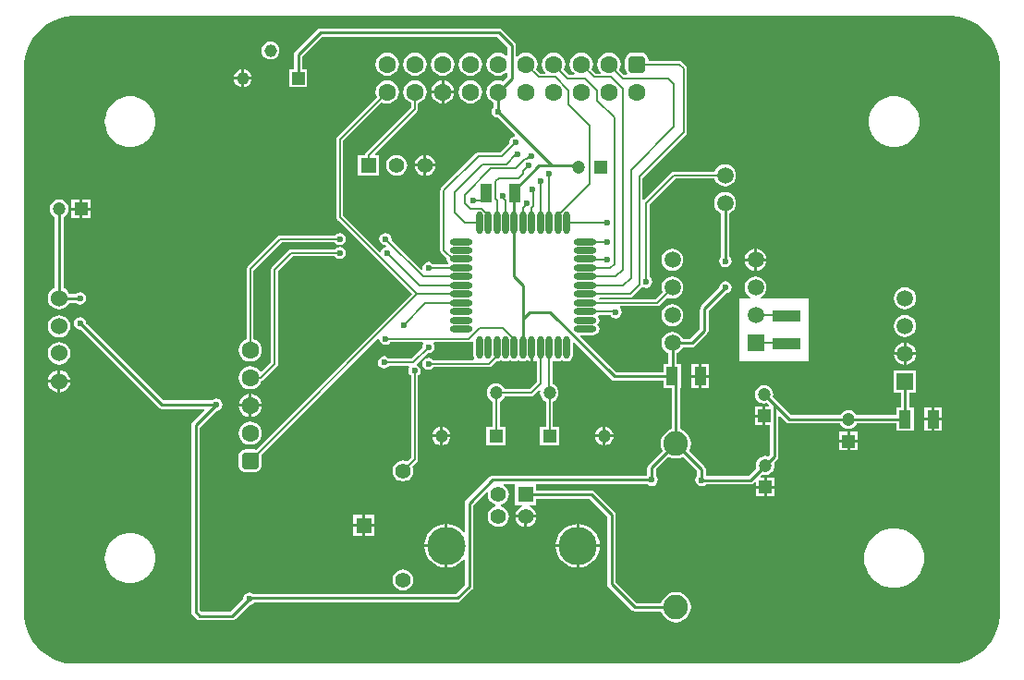
<source format=gtl>
%FSTAX23Y23*%
%MOIN*%
%SFA1B1*%

%IPPOS*%
%AMD53*
4,1,8,-0.031500,0.015700,-0.031500,-0.015700,-0.015700,-0.031500,0.015700,-0.031500,0.031500,-0.015700,0.031500,0.015700,0.015700,0.031500,-0.015700,0.031500,-0.031500,0.015700,0.0*
1,1,0.031500,-0.015700,0.015700*
1,1,0.031500,-0.015700,-0.015700*
1,1,0.031500,0.015700,-0.015700*
1,1,0.031500,0.015700,0.015700*
%
%AMD54*
4,1,8,-0.015700,-0.031500,0.015700,-0.031500,0.031500,-0.015700,0.031500,0.015700,0.015700,0.031500,-0.015700,0.031500,-0.031500,0.015700,-0.031500,-0.015700,-0.015700,-0.031500,0.0*
1,1,0.031500,-0.015700,-0.015700*
1,1,0.031500,0.015700,-0.015700*
1,1,0.031500,0.015700,0.015700*
1,1,0.031500,-0.015700,0.015700*
%
%ADD14C,0.005000*%
%ADD15C,0.010000*%
%ADD20R,0.043520X0.065280*%
%ADD21R,0.098430X0.039370*%
%ADD26R,0.047240X0.047240*%
%ADD27C,0.047240*%
%ADD30R,0.059840X0.059840*%
%ADD31C,0.059840*%
%ADD32R,0.045280X0.045280*%
%ADD33C,0.045280*%
%ADD38R,0.055910X0.055910*%
%ADD40C,0.055910*%
%ADD41C,0.137800*%
%ADD42R,0.047240X0.047240*%
%ADD44R,0.055120X0.055120*%
%ADD45C,0.055120*%
%ADD47O,0.080710X0.023620*%
%ADD48O,0.023620X0.080710*%
%ADD49C,0.007500*%
%ADD50R,0.059060X0.059060*%
%ADD51C,0.059060*%
%ADD52C,0.062990*%
G04~CAMADD=53~8~0.0~0.0~629.9~629.9~157.5~0.0~15~0.0~0.0~0.0~0.0~0~0.0~0.0~0.0~0.0~0~0.0~0.0~0.0~90.0~630.0~630.0*
%ADD53D53*%
G04~CAMADD=54~8~0.0~0.0~629.9~629.9~157.5~0.0~15~0.0~0.0~0.0~0.0~0~0.0~0.0~0.0~0.0~0~0.0~0.0~0.0~180.0~630.0~630.0*
%ADD54D54*%
%ADD55C,0.088580*%
%ADD56C,0.060000*%
%ADD57C,0.023620*%
%LNpcb_down-1*%
%LPD*%
G36*
X03382Y02347D02*
X03405Y0234D01*
X03428Y02331*
X03449Y02319*
X03468Y02304*
X03485Y02287*
X035Y02268*
X03512Y02247*
X03521Y02224*
X03528Y02201*
X03531Y02177*
Y02165*
Y00196*
Y00184*
X03528Y0016*
X03521Y00137*
X03512Y00114*
X035Y00093*
X03485Y00074*
X03468Y00057*
X03449Y00042*
X03428Y0003*
X03405Y00021*
X03382Y00015*
X03358Y00012*
X00184*
X0016Y00015*
X00137Y00021*
X00114Y0003*
X00093Y00042*
X00074Y00057*
X00057Y00074*
X00042Y00093*
X0003Y00114*
X00021Y00137*
X00015Y0016*
X00012Y00184*
Y00196*
Y02165*
Y02177*
X00015Y02201*
X00021Y02224*
X0003Y02247*
X00042Y02268*
X00057Y02287*
X00074Y02304*
X00093Y02319*
X00114Y02331*
X00137Y0234*
X0016Y02347*
X00184Y0235*
X03358*
X03382Y02347*
G37*
%LNpcb_down-2*%
%LPC*%
G36*
X01725Y02305D02*
X0108D01*
X01074Y02304*
X01069Y023*
X00989Y0222*
X00985Y02215*
X00984Y0221*
Y02157*
X00967*
Y02092*
X01032*
Y02157*
X01015*
Y02203*
X01086Y02274*
X01718*
X01754Y02238*
Y02208*
X01749Y02206*
X01742Y02212*
X01732Y02216*
X01721Y02217*
X0171Y02216*
X017Y02212*
X01692Y02205*
X01685Y02196*
X01681Y02186*
X01679Y02175*
X01681Y02165*
X01685Y02155*
X01692Y02146*
X017Y02139*
X0171Y02135*
X01721Y02134*
X01732Y02135*
X01742Y02139*
X01749Y02145*
X01754Y02143*
Y0213*
X01738Y02114*
X01732Y02116*
X01721Y02117*
X0171Y02116*
X017Y02112*
X01692Y02105*
X01685Y02096*
X01681Y02086*
X01679Y02075*
X01681Y02065*
X01685Y02055*
X01692Y02046*
X017Y02039*
X01705Y02037*
Y02021*
X01704Y0202*
X01699Y02013*
X01697Y02005*
X01699Y01996*
X01704Y01989*
X01711Y01984*
X0172Y01983*
X0172Y01983*
X01781Y01921*
X0178Y01916*
X01776Y01915*
X01769Y0191*
X01764Y01903*
X01762Y01895*
X01763Y01891*
X01729Y01857*
X0165*
X01645Y01856*
X0164Y01854*
X01515Y01729*
X01513Y01724*
X01512Y0172*
Y01505*
X01513Y015*
X01515Y01496*
X01536Y01475*
X01535Y01472*
X01537Y01463*
X01541Y01457*
X01539Y01453*
X01539Y01453*
X01487*
X01485Y01455*
X01478Y0146*
X0147Y01462*
X01461Y0146*
X01454Y01455*
X01449Y01448*
X01447Y0144*
X01448Y01436*
X01443Y01434*
X01336Y01541*
X01337Y01545*
X01335Y01553*
X0133Y0156*
X01323Y01565*
X01315Y01567*
X01306Y01565*
X01299Y0156*
X01294Y01553*
X01292Y01545*
X01294Y01536*
X01299Y01529*
X01306Y01524*
X01315Y01522*
X01316Y01521*
X01314Y01516*
X01311Y01515*
X01304Y0151*
X01299Y01503*
X01298Y015*
X01294Y01498*
X01162Y0163*
Y01899*
X01302Y02038*
X0131Y02035*
X01321Y02034*
X01332Y02035*
X01342Y02039*
X01351Y02046*
X01357Y02055*
X01362Y02065*
X01363Y02075*
X01362Y02086*
X01357Y02096*
X01351Y02105*
X01342Y02112*
X01332Y02116*
X01321Y02117*
X0131Y02116*
X013Y02112*
X01292Y02105*
X01285Y02096*
X01281Y02086*
X01279Y02075*
X01281Y02065*
X01284Y02056*
X0114Y01913*
X01138Y01909*
X01137Y01904*
Y01624*
X01138Y01619*
X0114Y01615*
X0141Y01346*
X00849Y00785*
X00849Y00785*
X00842Y00786*
X00811*
X00804Y00785*
X00798Y00783*
X00792Y00778*
X00788Y00773*
X00785Y00767*
X00785Y0076*
Y00729*
X00785Y00722*
X00788Y00716*
X00792Y0071*
X00798Y00706*
X00804Y00704*
X00811Y00703*
X00842*
X00849Y00704*
X00855Y00706*
X0086Y0071*
X00865Y00716*
X00867Y00722*
X00868Y00729*
Y0076*
X00867Y00767*
X00867Y00767*
X01288Y01188*
X01292Y01185*
X01292Y01185*
X01294Y01176*
X01299Y01169*
X01306Y01164*
X01315Y01162*
X01323Y01164*
X0133Y01169*
X01332Y01172*
X01449*
X01451Y01167*
X01449Y01163*
X01447Y01155*
X01448Y01151*
X01409Y01112*
X01327*
X01325Y01115*
X01318Y0112*
X0131Y01122*
X01301Y0112*
X01294Y01115*
X01289Y01108*
X01287Y011*
X01289Y01091*
X01294Y01084*
X01301Y01079*
X0131Y01077*
X01318Y01079*
X01325Y01084*
X01327Y01087*
X01399*
X01401Y01082*
X01399Y01078*
X01397Y0107*
X01399Y01061*
X01404Y01054*
X01407Y01052*
Y00755*
X01393Y00742*
X01387Y00745*
X01377Y00746*
X01368Y00745*
X01359Y00741*
X01351Y00735*
X01345Y00727*
X01341Y00718*
X0134Y00708*
X01341Y00698*
X01345Y00689*
X01351Y00681*
X01359Y00675*
X01368Y00672*
X01377Y0067*
X01387Y00672*
X01396Y00675*
X01404Y00681*
X0141Y00689*
X01414Y00698*
X01415Y00708*
X01414Y00718*
X01411Y00724*
X01429Y00741*
X01431Y00745*
X01432Y0075*
Y01052*
X01435Y01054*
X0144Y01061*
X01442Y0107*
X0144Y01078*
X01435Y01085*
X01429Y01089*
X01428Y01095*
X01466Y01133*
X0147Y01132*
X01478Y01134*
X01485Y01139*
X0149Y01146*
X01492Y01155*
X0149Y01163*
X01488Y01167*
X0149Y01172*
X01615*
X01619Y01173*
X01624Y01175*
X01626Y01178*
X01631Y01176*
Y01125*
X01633Y01116*
X01635Y01112*
X01632Y01107*
X01487*
X01485Y0111*
X01478Y01115*
X0147Y01117*
X01461Y01115*
X01454Y0111*
X01449Y01103*
X01447Y01095*
X01449Y01086*
X01454Y01079*
X01461Y01074*
X0147Y01072*
X01478Y01074*
X01485Y01079*
X01487Y01082*
X01686*
X01691Y01083*
X01695Y01085*
X01713Y01103*
X01716Y01102*
X01725Y01104*
X01732Y01109*
X01732*
X01739Y01104*
X01748Y01102*
X01756Y01104*
X01763Y01109*
X01763*
X01771Y01104*
X01779Y01102*
X01788Y01104*
X01795Y01109*
X01795*
X01802Y01104*
X01811Y01102*
X01819Y01104*
X01826Y01109*
X01826*
X01834Y01104*
X01837Y01103*
Y01153*
X01847*
Y01103*
X01851Y01104*
X01856Y01108*
X01861Y01105*
Y01029*
X01834Y01002*
X01745*
X01743Y01006*
X01737Y01013*
X0173Y01019*
X01722Y01022*
X01713Y01023*
X01705Y01022*
X01696Y01019*
X01689Y01013*
X01684Y01006*
X01681Y00998*
X0168Y0099*
X01681Y00981*
X01684Y00973*
X01689Y00966*
X01696Y0096*
X01701Y00958*
Y00868*
X01679*
Y00801*
X01747*
Y00868*
X01726*
Y00958*
X0173Y0096*
X01737Y00966*
X01743Y00973*
X01745Y00977*
X0184*
X01844Y00978*
X01849Y0098*
X01868Y01*
X01871Y00999*
X01873Y00998*
X01872Y0099*
X01873Y00981*
X01876Y00973*
X01882Y00966*
X01889Y0096*
X01893Y00958*
Y00868*
X01872*
Y00801*
X0194*
Y00868*
X01918*
Y00958*
X01923Y0096*
X0193Y00966*
X01935Y00973*
X01938Y00981*
X01939Y0099*
X01938Y00998*
X01935Y01006*
X0193Y01013*
X01923Y01019*
X01918Y01021*
Y01105*
X01923Y01107*
X01928Y01104*
X01937Y01102*
X01945Y01104*
X01952Y01109*
X01952*
X01959Y01104*
X01968Y01102*
X01977Y01104*
X01984Y01109*
X01989Y01116*
X0199Y01125*
Y01171*
X01995Y01173*
X02129Y01039*
X02134Y01035*
X0214Y01034*
X02317*
Y01007*
X02346*
Y00859*
X02334Y00854*
X02323Y00845*
X02314Y00834*
X02309Y00821*
X02307Y00807*
X02309Y00792*
X02314Y0078*
X02264Y0073*
X0226Y00725*
X02259Y00719*
Y00692*
X02259Y00692*
X02258Y00691*
X01701*
X01695Y0069*
X0169Y00687*
X01605Y00602*
X01602Y00597*
X01601Y00591*
Y00489*
X01596Y00487*
X0159Y00494*
X01578Y00504*
X01564Y00511*
X0155Y00515*
X01539Y00516*
Y00438*
Y00359*
X0155Y0036*
X01564Y00364*
X01578Y00372*
X0159Y00382*
X01596Y00388*
X01601Y00386*
Y00297*
X01568Y00265*
X00838*
X00833Y00268*
X00825Y0027*
X00816Y00268*
X00809Y00263*
X00804Y00256*
X00802Y00247*
X00802Y00247*
X00755Y002*
X00651*
X00645Y00206*
Y00865*
X00704Y00925*
X00705Y00924*
X00713Y00926*
X0072Y00931*
X00725Y00938*
X00727Y00947*
X00725Y00955*
X0072Y00962*
X00713Y00967*
X00705Y00969*
X00696Y00967*
X00689Y00962*
X00688Y00962*
X00513*
X00235Y0124*
X00235Y01241*
X00234Y01249*
X00229Y01256*
X00222Y01261*
X00213Y01263*
X00205Y01261*
X00197Y01256*
X00192Y01249*
X00191Y01241*
X00192Y01232*
X00197Y01225*
X00205Y0122*
X00213Y01218*
X00214Y01219*
X00496Y00936*
X00501Y00933*
X00507Y00931*
X00661*
X00663Y00927*
X00619Y00883*
X00615Y00878*
X00614Y00872*
Y002*
X00615Y00194*
X00619Y00189*
X00634Y00174*
X00639Y0017*
X00645Y00169*
X00762*
X00768Y0017*
X00773Y00174*
X00824Y00225*
X00825Y00225*
X00833Y00227*
X0084Y00232*
X00842Y00234*
X01575*
X0158Y00235*
X01585Y00239*
X01627Y0028*
X0163Y00285*
X01631Y00291*
Y00585*
X0168Y00633*
X01685Y00631*
X01684Y00623*
X01685Y00613*
X01689Y00604*
X01695Y00596*
X01703Y0059*
X01712Y00586*
X01712Y00585*
Y00582*
X01712Y00581*
X01703Y00578*
X01695Y00571*
X01689Y00564*
X01685Y00554*
X01684Y00544*
X01685Y00534*
X01689Y00525*
X01695Y00517*
X01703Y00511*
X01712Y00507*
X01722Y00506*
X01732Y00507*
X01741Y00511*
X01749Y00517*
X01755Y00525*
X01759Y00534*
X0176Y00544*
X01759Y00554*
X01755Y00564*
X01749Y00571*
X01741Y00578*
X01732Y00581*
X01732Y00582*
Y00585*
X01732Y00586*
X01741Y0059*
X01749Y00596*
X01755Y00604*
X01759Y00613*
X0176Y00623*
X01759Y00633*
X01755Y00642*
X01749Y0065*
X01742Y00656*
X01742Y00659*
X01743Y00661*
X01782*
Y00585*
X01807*
X01808Y0058*
X01801Y00578*
X01793Y00571*
X01787Y00564*
X01783Y00554*
X01783Y00549*
X0182*
X01858*
X01857Y00554*
X01854Y00564*
X01847Y00571*
X0184Y00578*
X01833Y0058*
X01834Y00585*
X01858*
Y00608*
X0205*
X02114Y00543*
Y003*
X02115Y00294*
X02119Y00289*
X02202Y00205*
X02207Y00202*
X02213Y00201*
X02309*
X02314Y00189*
X02323Y00177*
X02334Y00169*
X02348Y00163*
X02362Y00161*
X02376Y00163*
X02389Y00169*
X024Y00177*
X02409Y00189*
X02415Y00202*
X02416Y00216*
X02415Y0023*
X02409Y00243*
X024Y00255*
X02389Y00263*
X02376Y00269*
X02362Y00271*
X02348Y00269*
X02334Y00263*
X02323Y00255*
X02314Y00243*
X02309Y00231*
X02219*
X02145Y00306*
Y0055*
X02144Y00555*
X0214Y0056*
X02067Y00634*
X02062Y00637*
X02056Y00638*
X01858*
Y00661*
X02258*
X02259Y0066*
X02266Y00655*
X02275Y00654*
X02283Y00655*
X0229Y0066*
X02295Y00667*
X02297Y00676*
X02295Y00684*
X0229Y00692*
X0229Y00692*
Y00713*
X02335Y00759*
X02348Y00754*
X02362Y00752*
X02376Y00754*
X02388Y00759*
X02439Y00707*
Y00691*
X02439Y00691*
X02434Y00683*
X02432Y00675*
X02434Y00666*
X02439Y00659*
X02446Y00654*
X02455Y00653*
X02463Y00654*
X0247Y00659*
X02471Y0066*
X02631*
X02637Y00661*
X02642Y00664*
X02646Y00668*
X02651Y00666*
Y00655*
X0268*
Y00683*
X02668*
X02666Y00688*
X02674Y00696*
X02676Y00695*
X02685Y00694*
X02693Y00695*
X02701Y00699*
X02708Y00704*
X02714Y00711*
X02717Y00719*
X02718Y00728*
X02717Y00737*
X02717Y00739*
X02727Y00749*
X0273Y00754*
X02731Y0076*
Y00905*
X02736Y00906*
X02759Y00883*
X02764Y0088*
X0277Y00879*
X02954*
X02955Y00877*
X02961Y0087*
X02968Y00865*
X02976Y00861*
X02985Y0086*
X02993Y00861*
X03001Y00865*
X03008Y0087*
X03014Y00877*
X03015Y00879*
X03157*
Y00852*
X03221*
Y00937*
X03205*
Y00991*
X03228*
Y01071*
X03149*
Y00991*
X03174*
Y00937*
X03157*
Y00909*
X03015*
X03014Y00911*
X03008Y00918*
X03001Y00923*
X02993Y00927*
X02985Y00928*
X02976Y00927*
X02968Y00923*
X02961Y00918*
X02955Y00911*
X02954Y00909*
X02776*
X02727Y00959*
X02712Y00974*
X02712Y00976*
X02713Y00985*
X02712Y00993*
X02709Y01001*
X02703Y01008*
X02696Y01014*
X02688Y01017*
X0268Y01018*
X02671Y01017*
X02663Y01014*
X02656Y01008*
X0265Y01001*
X02647Y00993*
X02646Y00985*
X02647Y00976*
X0265Y00968*
X02656Y00961*
X02663Y00955*
X02671Y00952*
X0268Y00951*
X02688Y00952*
X0269Y00952*
X02698Y00944*
X02696Y00939*
X02685*
Y00906*
Y00872*
X02701*
Y00766*
X02695Y0076*
X02693Y00761*
X02685Y00762*
X02676Y00761*
X02668Y00758*
X02661Y00752*
X02655Y00745*
X02652Y00737*
X02651Y00728*
X02652Y00719*
X02652Y00718*
X02625Y0069*
X02471*
X0247Y00691*
X0247Y00691*
Y00714*
X02469Y0072*
X02465Y00725*
X0241Y0078*
X02415Y00792*
X02416Y00807*
X02415Y00821*
X02409Y00834*
X024Y00845*
X02389Y00854*
X02377Y00859*
Y01007*
X02381*
Y01092*
X02365*
Y01133*
X02369Y01135*
X02378Y01141*
X02384Y0115*
X02386Y01154*
X0242*
X02425Y01155*
X0243Y01159*
X02475Y01204*
X02479Y01209*
X0248Y01215*
Y01287*
X0254Y01347*
X02541Y01347*
X02549Y01349*
X02556Y01354*
X02561Y01361*
X02563Y0137*
X02561Y01378*
X02556Y01385*
X02549Y0139*
X02541Y01392*
X02532Y0139*
X02525Y01385*
X0252Y01378*
X02518Y0137*
X02518Y01369*
X02454Y01305*
X02451Y013*
X0245Y01294*
Y01292*
X02449Y0129*
Y01221*
X02413Y01185*
X02386*
X02384Y01189*
X02378Y01198*
X02369Y01204*
X0236Y01208*
X0235Y01209*
X02339Y01208*
X0233Y01204*
X02321Y01198*
X02315Y01189*
X02311Y0118*
X0231Y0117*
X02311Y01159*
X02315Y0115*
X02321Y01141*
X0233Y01135*
X02334Y01133*
Y01092*
X02317*
Y01065*
X02146*
X02018Y01193*
X02019Y01198*
X02063*
X02072Y01199*
X02079Y01204*
X02084Y01211*
X02086Y0122*
X02084Y01228*
X02079Y01236*
Y01236*
X02084Y01243*
X02086Y01251*
X02084Y0126*
X02081Y01264*
X02084Y01269*
X02126*
X02129Y01265*
X02136Y0126*
X02145Y01258*
X02153Y0126*
X0216Y01265*
X02165Y01272*
X02167Y01281*
X02165Y01289*
X0216Y01296*
X0216Y01297*
X02161Y01302*
X02294*
X02299Y01303*
X02303Y01305*
X02332Y01334*
X02339Y01331*
X0235Y0133*
X0236Y01331*
X02369Y01335*
X02378Y01341*
X02384Y0135*
X02388Y01359*
X02389Y0137*
X02388Y0138*
X02384Y01389*
X02378Y01398*
X02369Y01404*
X0236Y01408*
X0235Y01409*
X02339Y01408*
X0233Y01404*
X02321Y01398*
X02315Y01389*
X02311Y0138*
X0231Y0137*
X02311Y01359*
X02314Y01352*
X02289Y01327*
X02087*
X02085Y0133*
X02087Y01333*
X02196*
X02201Y01334*
X02205Y01337*
X02239Y0137*
X02241Y01374*
X02246Y0137*
X02255Y01368*
X02263Y0137*
X0227Y01375*
X02275Y01382*
X02277Y01391*
X02275Y01399*
X0227Y01406*
X02267Y01408*
Y01669*
X0236Y01762*
X02502*
X02505Y01755*
X02511Y01746*
X0252Y0174*
X02529Y01736*
X0254Y01735*
X0255Y01736*
X02559Y0174*
X02568Y01746*
X02574Y01755*
X02578Y01764*
X02579Y01775*
X02578Y01785*
X02574Y01794*
X02568Y01803*
X02559Y01809*
X0255Y01813*
X0254Y01814*
X02529Y01813*
X0252Y01809*
X02511Y01803*
X02505Y01794*
X02502Y01787*
X02355*
X0235Y01786*
X02345Y01784*
X02247Y01685*
X02242Y01687*
Y01764*
X02399Y0192*
X02401Y01925*
X02402Y0193*
Y0216*
X02401Y02164*
X02399Y02169*
X02384Y02184*
X02379Y02186*
X02375Y02187*
X02263*
Y02191*
X02262Y02198*
X02259Y02204*
X02255Y0221*
X0225Y02214*
X02244Y02216*
X02237Y02217*
X02205*
X02199Y02216*
X02192Y02214*
X02187Y0221*
X02183Y02204*
X0218Y02198*
X02179Y02191*
Y0216*
X0218Y02153*
X02183Y02147*
X02186Y02142*
X02185Y02139*
X02184Y02137*
X02175*
X02157Y02155*
X02162Y02165*
X02163Y02175*
X02162Y02186*
X02157Y02196*
X02151Y02205*
X02142Y02212*
X02132Y02216*
X02121Y02217*
X0211Y02216*
X021Y02212*
X02092Y02205*
X02085Y02196*
X02081Y02186*
X02079Y02175*
X02081Y02165*
X02085Y02155*
X02091Y02146*
X0209Y02143*
X0209Y02141*
X02073*
X02058Y02156*
X02062Y02165*
X02063Y02175*
X02062Y02186*
X02057Y02196*
X02051Y02205*
X02042Y02212*
X02032Y02216*
X02021Y02217*
X0201Y02216*
X02Y02212*
X01992Y02205*
X01985Y02196*
X01981Y02186*
X01979Y02175*
X01981Y02165*
X01985Y02155*
X01992Y02146*
X01996Y02142*
X01995Y02137*
X01977*
X01958Y02156*
X01962Y02165*
X01963Y02175*
X01962Y02186*
X01957Y02196*
X01951Y02205*
X01942Y02212*
X01932Y02216*
X01921Y02217*
X0191Y02216*
X019Y02212*
X01892Y02205*
X01885Y02196*
X01881Y02186*
X01879Y02175*
X01881Y02165*
X01885Y02155*
X01891Y02146*
X0189Y02143*
X0189Y02141*
X01873*
X01858Y02156*
X01862Y02165*
X01863Y02175*
X01862Y02186*
X01857Y02196*
X01851Y02205*
X01842Y02212*
X01832Y02216*
X01821Y02217*
X0181Y02216*
X018Y02212*
X01792Y02205*
X0179Y02203*
X01785Y02204*
Y02245*
X01784Y0225*
X0178Y02255*
X01735Y023*
X0173Y02304*
X01725Y02305*
G37*
G36*
X009Y02257D02*
X00891Y02256D01*
X00883Y02253*
X00876Y02248*
X00871Y02241*
X00868Y02233*
X00867Y02225*
X00868Y02216*
X00871Y02208*
X00876Y02201*
X00883Y02196*
X00891Y02193*
X009Y02192*
X00908Y02193*
X00916Y02196*
X00923Y02201*
X00928Y02208*
X00931Y02216*
X00932Y02225*
X00931Y02233*
X00928Y02241*
X00923Y02248*
X00916Y02253*
X00908Y02256*
X009Y02257*
G37*
G36*
X01621Y02217D02*
X0161Y02216D01*
X016Y02212*
X01592Y02205*
X01585Y02196*
X01581Y02186*
X01579Y02175*
X01581Y02165*
X01585Y02155*
X01592Y02146*
X016Y02139*
X0161Y02135*
X01621Y02134*
X01632Y02135*
X01642Y02139*
X01651Y02146*
X01657Y02155*
X01662Y02165*
X01663Y02175*
X01662Y02186*
X01657Y02196*
X01651Y02205*
X01642Y02212*
X01632Y02216*
X01621Y02217*
G37*
G36*
X01521D02*
X0151Y02216D01*
X015Y02212*
X01492Y02205*
X01485Y02196*
X01481Y02186*
X01479Y02175*
X01481Y02165*
X01485Y02155*
X01492Y02146*
X015Y02139*
X0151Y02135*
X01521Y02134*
X01532Y02135*
X01542Y02139*
X01551Y02146*
X01557Y02155*
X01562Y02165*
X01563Y02175*
X01562Y02186*
X01557Y02196*
X01551Y02205*
X01542Y02212*
X01532Y02216*
X01521Y02217*
G37*
G36*
X01421D02*
X0141Y02216D01*
X014Y02212*
X01392Y02205*
X01385Y02196*
X01381Y02186*
X01379Y02175*
X01381Y02165*
X01385Y02155*
X01392Y02146*
X014Y02139*
X0141Y02135*
X01421Y02134*
X01432Y02135*
X01442Y02139*
X01451Y02146*
X01457Y02155*
X01462Y02165*
X01463Y02175*
X01462Y02186*
X01457Y02196*
X01451Y02205*
X01442Y02212*
X01432Y02216*
X01421Y02217*
G37*
G36*
X01321D02*
X0131Y02216D01*
X013Y02212*
X01292Y02205*
X01285Y02196*
X01281Y02186*
X01279Y02175*
X01281Y02165*
X01285Y02155*
X01292Y02146*
X013Y02139*
X0131Y02135*
X01321Y02134*
X01332Y02135*
X01342Y02139*
X01351Y02146*
X01357Y02155*
X01362Y02165*
X01363Y02175*
X01362Y02186*
X01357Y02196*
X01351Y02205*
X01342Y02212*
X01332Y02216*
X01321Y02217*
G37*
G36*
X00805Y02157D02*
Y0213D01*
X00832*
X00831Y02133*
X00828Y02141*
X00823Y02148*
X00816Y02153*
X00808Y02156*
X00805Y02157*
G37*
G36*
X00795D02*
X00791Y02156D01*
X00783Y02153*
X00776Y02148*
X00771Y02141*
X00768Y02133*
X00767Y0213*
X00795*
Y02157*
G37*
G36*
X00832Y0212D02*
X00805D01*
Y02092*
X00808Y02093*
X00816Y02096*
X00823Y02101*
X00828Y02108*
X00831Y02116*
X00832Y0212*
G37*
G36*
X00795D02*
X00767D01*
X00768Y02116*
X00771Y02108*
X00776Y02101*
X00783Y02096*
X00791Y02093*
X00795Y02092*
Y0212*
G37*
G36*
X01526Y02117D02*
Y0208D01*
X01562*
X01562Y02086*
X01557Y02096*
X01551Y02105*
X01542Y02112*
X01532Y02116*
X01526Y02117*
G37*
G36*
X01516D02*
X0151Y02116D01*
X015Y02112*
X01492Y02105*
X01485Y02096*
X01481Y02086*
X0148Y0208*
X01516*
Y02117*
G37*
G36*
X01562Y0207D02*
X01526D01*
Y02034*
X01532Y02035*
X01542Y02039*
X01551Y02046*
X01557Y02055*
X01562Y02065*
X01562Y0207*
G37*
G36*
X01516D02*
X0148D01*
X01481Y02065*
X01485Y02055*
X01492Y02046*
X015Y02039*
X0151Y02035*
X01516Y02034*
Y0207*
G37*
G36*
X01621Y02117D02*
X0161Y02116D01*
X016Y02112*
X01592Y02105*
X01585Y02096*
X01581Y02086*
X01579Y02075*
X01581Y02065*
X01585Y02055*
X01592Y02046*
X016Y02039*
X0161Y02035*
X01621Y02034*
X01632Y02035*
X01642Y02039*
X01651Y02046*
X01657Y02055*
X01662Y02065*
X01663Y02075*
X01662Y02086*
X01657Y02096*
X01651Y02105*
X01642Y02112*
X01632Y02116*
X01621Y02117*
G37*
G36*
X03157Y02059D02*
X03141D01*
X0314Y02059*
X03139*
X03124Y02056*
X03123Y02055*
X03122Y02055*
X03107Y02049*
X03106Y02048*
X03105Y02048*
X03092Y02039*
X03091Y02038*
X0309Y02038*
X03079Y02027*
X03079Y02026*
X03078Y02025*
X03069Y02012*
X03069Y02011*
X03068Y0201*
X03062Y01996*
X03062Y01994*
X03062Y01993*
X03059Y01978*
Y01977*
X03058Y01976*
Y0196*
X03059Y01959*
Y01958*
X03062Y01943*
X03062Y01942*
X03062Y0194*
X03068Y01926*
X03069Y01925*
X03069Y01924*
X03078Y01911*
X03079Y0191*
X03079Y01909*
X0309Y01898*
X03091Y01898*
X03092Y01897*
X03105Y01888*
X03106Y01888*
X03107Y01887*
X03122Y01881*
X03123Y01881*
X03124Y0188*
X03139Y01877*
X0314*
X03141Y01877*
X03157*
X03158Y01877*
X03159*
X03174Y0188*
X03176Y01881*
X03177Y01881*
X03191Y01887*
X03192Y01888*
X03193Y01888*
X03206Y01897*
X03207Y01898*
X03208Y01898*
X03219Y01909*
X03219Y0191*
X0322Y01911*
X03229Y01924*
X03229Y01925*
X0323Y01926*
X03236Y0194*
X03236Y01942*
X03237Y01943*
X0324Y01958*
Y01959*
X0324Y0196*
Y01976*
X0324Y01977*
Y01978*
X03237Y01993*
X03236Y01994*
X03236Y01996*
X0323Y0201*
X03229Y02011*
X03229Y02012*
X0322Y02025*
X03219Y02026*
X03219Y02027*
X03208Y02038*
X03207Y02038*
X03206Y02039*
X03193Y02048*
X03192Y02048*
X03191Y02049*
X03177Y02055*
X03176Y02055*
X03174Y02056*
X03159Y02059*
X03158*
X03157Y02059*
G37*
G36*
X00401D02*
X00385D01*
X00384Y02059*
X00383*
X00368Y02056*
X00367Y02055*
X00366Y02055*
X00351Y02049*
X0035Y02048*
X00349Y02048*
X00336Y02039*
X00335Y02038*
X00334Y02038*
X00324Y02027*
X00323Y02026*
X00322Y02025*
X00313Y02012*
X00313Y02011*
X00312Y0201*
X00306Y01996*
X00306Y01994*
X00306Y01993*
X00303Y01978*
Y01977*
X00302Y01976*
Y0196*
X00303Y01959*
Y01958*
X00306Y01943*
X00306Y01942*
X00306Y0194*
X00312Y01926*
X00313Y01925*
X00313Y01924*
X00322Y01911*
X00323Y0191*
X00324Y01909*
X00334Y01898*
X00335Y01898*
X00336Y01897*
X00349Y01888*
X0035Y01888*
X00351Y01887*
X00366Y01881*
X00367Y01881*
X00368Y0188*
X00383Y01877*
X00384*
X00385Y01877*
X00401*
X00402Y01877*
X00403*
X00419Y0188*
X0042Y01881*
X00421Y01881*
X00435Y01887*
X00436Y01888*
X00437Y01888*
X0045Y01897*
X00451Y01898*
X00452Y01898*
X00463Y01909*
X00464Y0191*
X00464Y01911*
X00473Y01924*
X00473Y01925*
X00474Y01926*
X0048Y0194*
X0048Y01942*
X00481Y01943*
X00484Y01958*
Y01959*
X00484Y0196*
Y01976*
X00484Y01977*
Y01978*
X00481Y01993*
X0048Y01994*
X0048Y01996*
X00474Y0201*
X00473Y02011*
X00473Y02012*
X00464Y02025*
X00464Y02026*
X00463Y02027*
X00452Y02038*
X00451Y02038*
X0045Y02039*
X00437Y02048*
X00436Y02048*
X00435Y02049*
X00421Y02055*
X0042Y02055*
X00419Y02056*
X00403Y02059*
X00402*
X00401Y02059*
G37*
G36*
X01462Y01848D02*
Y01816D01*
X01495*
X01494Y0182*
X0149Y01829*
X01484Y01837*
X01476Y01843*
X01467Y01847*
X01462Y01848*
G37*
G36*
X01452D02*
X01448Y01847D01*
X01438Y01843*
X01431Y01837*
X01425Y01829*
X01421Y0182*
X0142Y01816*
X01452*
Y01848*
G37*
G36*
X01495Y01806D02*
X01462D01*
Y01773*
X01467Y01774*
X01476Y01778*
X01484Y01784*
X0149Y01792*
X01494Y01801*
X01495Y01806*
G37*
G36*
X01452D02*
X0142D01*
X01421Y01801*
X01425Y01792*
X01431Y01784*
X01438Y01778*
X01448Y01774*
X01452Y01773*
Y01806*
G37*
G36*
X01421Y02117D02*
X0141Y02116D01*
X014Y02112*
X01392Y02105*
X01385Y02096*
X01381Y02086*
X01379Y02075*
X01381Y02065*
X01385Y02055*
X01392Y02046*
X014Y02039*
X01407Y02037*
Y0202*
X01244Y01857*
X01241Y01852*
X0124Y01848*
X01215*
Y01773*
X0129*
Y01848*
X01278*
X01276Y01853*
X01429Y02005*
X01431Y0201*
X01432Y02015*
Y02035*
X01442Y02039*
X01451Y02046*
X01457Y02055*
X01462Y02065*
X01463Y02075*
X01462Y02086*
X01457Y02096*
X01451Y02105*
X01442Y02112*
X01432Y02116*
X01421Y02117*
G37*
G36*
X01355Y01848D02*
X01345Y01847D01*
X01336Y01843*
X01328Y01837*
X01322Y01829*
X01318Y0182*
X01317Y01811*
X01318Y01801*
X01322Y01792*
X01328Y01784*
X01336Y01778*
X01345Y01774*
X01355Y01773*
X01365Y01774*
X01374Y01778*
X01382Y01784*
X01388Y01792*
X01392Y01801*
X01393Y01811*
X01392Y0182*
X01388Y01829*
X01382Y01837*
X01374Y01843*
X01365Y01847*
X01355Y01848*
G37*
G36*
X0025Y01687D02*
X00221D01*
Y01658*
X0025*
Y01687*
G37*
G36*
X00211D02*
X00182D01*
Y01658*
X00211*
Y01687*
G37*
G36*
X0025Y01648D02*
X00221D01*
Y01619*
X0025*
Y01648*
G37*
G36*
X00211D02*
X00182D01*
Y01619*
X00211*
Y01648*
G37*
G36*
X0115Y01567D02*
X01141Y01565D01*
X01134Y0156*
X01132Y01557*
X00935*
X0093Y01556*
X00925Y01554*
X00817Y01445*
X00815Y01441*
X00814Y01436*
Y01184*
X00805Y01181*
X00797Y01174*
X0079Y01165*
X00786Y01155*
X00784Y01144*
X00786Y01134*
X0079Y01123*
X00797Y01115*
X00805Y01108*
X00815Y01104*
X00826Y01103*
X00837Y01104*
X00847Y01108*
X00856Y01115*
X00863Y01123*
X00867Y01134*
X00868Y01144*
X00867Y01155*
X00863Y01165*
X00856Y01174*
X00847Y01181*
X00839Y01184*
Y01431*
X0094Y01532*
X01132*
X01134Y01529*
X01141Y01524*
X0115Y01522*
X01158Y01524*
X01165Y01529*
X0117Y01536*
X01172Y01545*
X0117Y01553*
X01165Y0156*
X01158Y01565*
X0115Y01567*
G37*
G36*
X02655Y01509D02*
Y01475D01*
X02689*
X02688Y0148*
X02684Y01489*
X02678Y01498*
X02669Y01504*
X0266Y01508*
X02655Y01509*
G37*
G36*
X02645D02*
X02639Y01508D01*
X0263Y01504*
X02621Y01498*
X02615Y01489*
X02611Y0148*
X0261Y01475*
X02645*
Y01509*
G37*
G36*
X0115Y01517D02*
X01141Y01515D01*
X01134Y0151*
X01132Y01507*
X00975*
X0097Y01506*
X00965Y01504*
X00905Y01444*
X00903Y01439*
X00902Y01435*
Y011*
X00867Y01065*
X00862Y01067*
X00856Y01074*
X00847Y01081*
X00837Y01085*
X00826Y01086*
X00815Y01085*
X00805Y01081*
X00797Y01074*
X0079Y01065*
X00786Y01055*
X00784Y01044*
X00786Y01034*
X0079Y01023*
X00797Y01015*
X00805Y01008*
X00815Y01004*
X00826Y01003*
X00837Y01004*
X00847Y01008*
X00856Y01015*
X00863Y01023*
X00866Y01033*
X0087Y01033*
X00874Y01036*
X00924Y01085*
X00926Y0109*
X00927Y01095*
Y01429*
X0098Y01482*
X01132*
X01134Y01479*
X01141Y01474*
X0115Y01472*
X01158Y01474*
X01165Y01479*
X0117Y01486*
X01172Y01495*
X0117Y01503*
X01165Y0151*
X01158Y01515*
X0115Y01517*
G37*
G36*
X0254Y01714D02*
X02529Y01713D01*
X0252Y01709*
X02511Y01703*
X02505Y01694*
X02501Y01685*
X025Y01675*
X02501Y01664*
X02505Y01655*
X02511Y01646*
X0252Y0164*
X02525Y01638*
Y0148*
X0252Y01473*
X02518Y01465*
X0252Y01456*
X02525Y01449*
X02532Y01444*
X02541Y01442*
X02549Y01444*
X02556Y01449*
X02561Y01456*
X02563Y01465*
X02561Y01473*
X02556Y0148*
X02555Y01481*
Y01638*
X02559Y0164*
X02568Y01646*
X02574Y01655*
X02578Y01664*
X02579Y01675*
X02578Y01685*
X02574Y01694*
X02568Y01703*
X02559Y01709*
X0255Y01713*
X0254Y01714*
G37*
G36*
X02689Y01465D02*
X02655D01*
Y0143*
X0266Y01431*
X02669Y01435*
X02678Y01441*
X02684Y0145*
X02688Y01459*
X02689Y01465*
G37*
G36*
X02645D02*
X0261D01*
X02611Y01459*
X02615Y0145*
X02621Y01441*
X0263Y01435*
X02639Y01431*
X02645Y0143*
Y01465*
G37*
G36*
X0235Y01509D02*
X02339Y01508D01*
X0233Y01504*
X02321Y01498*
X02315Y01489*
X02311Y0148*
X0231Y0147*
X02311Y01459*
X02315Y0145*
X02321Y01441*
X0233Y01435*
X02339Y01431*
X0235Y0143*
X0236Y01431*
X02369Y01435*
X02378Y01441*
X02384Y0145*
X02388Y01459*
X02389Y0147*
X02388Y0148*
X02384Y01489*
X02378Y01498*
X02369Y01504*
X0236Y01508*
X0235Y01509*
G37*
G36*
X00137Y01687D02*
X00129Y01686D01*
X0012Y01682*
X00113Y01677*
X00108Y0167*
X00105Y01662*
X00103Y01653*
X00105Y01644*
X00108Y01636*
X00113Y01629*
X0012Y01624*
X00122Y01623*
Y01368*
X00117Y01366*
X00109Y01359*
X00102Y01351*
X00098Y01341*
X00097Y01331*
X00098Y0132*
X00102Y0131*
X00109Y01302*
X00117Y01296*
X00127Y01292*
X00137Y0129*
X00148Y01292*
X00157Y01296*
X00166Y01302*
X00172Y0131*
X00174Y01315*
X00197*
X00197Y01314*
X00205Y0131*
X00213Y01308*
X00222Y0131*
X00229Y01314*
X00234Y01322*
X00235Y0133*
X00234Y01339*
X00229Y01346*
X00222Y01351*
X00213Y01352*
X00205Y01351*
X00197Y01346*
X00197Y01346*
X00174*
X00172Y01351*
X00166Y01359*
X00157Y01366*
X00153Y01368*
Y01623*
X00154Y01624*
X00161Y01629*
X00167Y01636*
X0017Y01644*
X00171Y01653*
X0017Y01662*
X00167Y0167*
X00161Y01677*
X00154Y01682*
X00146Y01686*
X00137Y01687*
G37*
G36*
X03188Y01371D02*
X03178Y0137D01*
X03168Y01365*
X0316Y01359*
X03154Y01351*
X0315Y01341*
X03148Y01331*
X0315Y0132*
X03154Y0131*
X0316Y01302*
X03168Y01296*
X03178Y01292*
X03188Y0129*
X03199Y01292*
X03209Y01296*
X03217Y01302*
X03223Y0131*
X03227Y0132*
X03229Y01331*
X03227Y01341*
X03223Y01351*
X03217Y01359*
X03209Y01365*
X03199Y0137*
X03188Y01371*
G37*
G36*
X0235Y01309D02*
X02339Y01308D01*
X0233Y01304*
X02321Y01298*
X02315Y01289*
X02311Y0128*
X0231Y0127*
X02311Y01259*
X02315Y0125*
X02321Y01241*
X0233Y01235*
X02339Y01231*
X0235Y0123*
X0236Y01231*
X02369Y01235*
X02378Y01241*
X02384Y0125*
X02388Y01259*
X02389Y0127*
X02388Y0128*
X02384Y01289*
X02378Y01298*
X02369Y01304*
X0236Y01308*
X0235Y01309*
G37*
G36*
X03188Y01271D02*
X03178Y0127D01*
X03168Y01265*
X0316Y01259*
X03154Y01251*
X0315Y01241*
X03148Y01231*
X0315Y0122*
X03154Y0121*
X0316Y01202*
X03168Y01196*
X03178Y01192*
X03188Y0119*
X03199Y01192*
X03209Y01196*
X03217Y01202*
X03223Y0121*
X03227Y0122*
X03229Y01231*
X03227Y01241*
X03223Y01251*
X03217Y01259*
X03209Y01265*
X03199Y0127*
X03188Y01271*
G37*
G36*
X00137Y0127D02*
X00127Y01268D01*
X00117Y01264*
X00109Y01258*
X00102Y0125*
X00098Y0124*
X00097Y01229*
X00098Y01219*
X00102Y01209*
X00109Y01201*
X00117Y01194*
X00127Y0119*
X00137Y01189*
X00148Y0119*
X00157Y01194*
X00166Y01201*
X00172Y01209*
X00176Y01219*
X00178Y01229*
X00176Y0124*
X00172Y0125*
X00166Y01258*
X00157Y01264*
X00148Y01268*
X00137Y0127*
G37*
G36*
X03193Y0117D02*
Y01136D01*
X03228*
X03227Y01141*
X03223Y01151*
X03217Y01159*
X03209Y01165*
X03199Y0117*
X03193Y0117*
G37*
G36*
X03183D02*
X03178Y0117D01*
X03168Y01165*
X0316Y01159*
X03154Y01151*
X0315Y01141*
X03149Y01136*
X03183*
Y0117*
G37*
G36*
X0265Y01409D02*
X02639Y01408D01*
X0263Y01404*
X02621Y01398*
X02615Y01389*
X02611Y0138*
X0261Y0137*
X02611Y01359*
X02615Y0135*
X02621Y01341*
X0263Y01335*
X02631Y01335*
X0263Y0133*
X0259*
Y01105*
X0284*
Y0133*
X02669*
X02668Y01335*
X02669Y01335*
X02678Y01341*
X02684Y0135*
X02688Y01359*
X02689Y0137*
X02688Y0138*
X02684Y01389*
X02678Y01398*
X02669Y01404*
X0266Y01408*
X0265Y01409*
G37*
G36*
X00137Y01172D02*
X00127Y01171D01*
X00117Y01167*
X00109Y0116*
X00102Y01152*
X00098Y01142*
X00097Y01132*
X00098Y01121*
X00102Y01112*
X00109Y01103*
X00117Y01097*
X00127Y01093*
X00137Y01091*
X00148Y01093*
X00157Y01097*
X00166Y01103*
X00172Y01112*
X00176Y01121*
X00178Y01132*
X00176Y01142*
X00172Y01152*
X00166Y0116*
X00157Y01167*
X00148Y01171*
X00137Y01172*
G37*
G36*
X03228Y01126D02*
X03193D01*
Y01091*
X03199Y01092*
X03209Y01096*
X03217Y01102*
X03223Y0111*
X03227Y0112*
X03228Y01126*
G37*
G36*
X03183D02*
X03149D01*
X0315Y0112*
X03154Y0111*
X0316Y01102*
X03168Y01096*
X03178Y01092*
X03183Y01091*
Y01126*
G37*
G36*
X02482Y01092D02*
X02455D01*
Y01055*
X02482*
Y01092*
G37*
G36*
X02445D02*
X02418D01*
Y01055*
X02445*
Y01092*
G37*
G36*
X00142Y0107D02*
Y01036D01*
X00177*
X00176Y01041*
X00172Y01051*
X00166Y01059*
X00157Y01066*
X00148Y0107*
X00142Y0107*
G37*
G36*
X00132D02*
X00127Y0107D01*
X00117Y01066*
X00109Y01059*
X00102Y01051*
X00098Y01041*
X00098Y01036*
X00132*
Y0107*
G37*
G36*
X02482Y01045D02*
X02455D01*
Y01007*
X02482*
Y01045*
G37*
G36*
X02445D02*
X02418D01*
Y01007*
X02445*
Y01045*
G37*
G36*
X00177Y01026D02*
X00142D01*
Y00991*
X00148Y00992*
X00157Y00996*
X00166Y01002*
X00172Y0101*
X00176Y0102*
X00177Y01026*
G37*
G36*
X00132D02*
X00098D01*
X00098Y0102*
X00102Y0101*
X00109Y01002*
X00117Y00996*
X00127Y00992*
X00132Y00991*
Y01026*
G37*
G36*
X00831Y00986D02*
Y00949D01*
X00867*
X00867Y00955*
X00863Y00965*
X00856Y00974*
X00847Y00981*
X00837Y00985*
X00831Y00986*
G37*
G36*
X00821D02*
X00815Y00985D01*
X00805Y00981*
X00797Y00974*
X0079Y00965*
X00786Y00955*
X00785Y00949*
X00821*
Y00986*
G37*
G36*
X02675Y00939D02*
X02646D01*
Y00911*
X02675*
Y00939*
G37*
G36*
X00867D02*
X00831D01*
Y00903*
X00837Y00904*
X00847Y00908*
X00856Y00915*
X00863Y00923*
X00867Y00934*
X00867Y00939*
G37*
G36*
X00821D02*
X00785D01*
X00786Y00934*
X0079Y00923*
X00797Y00915*
X00805Y00908*
X00815Y00904*
X00821Y00903*
Y00939*
G37*
G36*
X03322Y00937D02*
X03295D01*
Y009*
X03322*
Y00937*
G37*
G36*
X03285D02*
X03258D01*
Y009*
X03285*
Y00937*
G37*
G36*
X02675Y00901D02*
X02646D01*
Y00872*
X02675*
Y00901*
G37*
G36*
X03322Y0089D02*
X03295D01*
Y00852*
X03322*
Y0089*
G37*
G36*
X03285D02*
X03258D01*
Y00852*
X03285*
Y0089*
G37*
G36*
X01521Y00868D02*
Y0084D01*
X01549*
X01549Y00843*
X01545Y00851*
X0154Y00858*
X01533Y00864*
X01525Y00867*
X01521Y00868*
G37*
G36*
X02108D02*
Y0084D01*
X02136*
X02136Y00843*
X02132Y00851*
X02127Y00858*
X0212Y00864*
X02112Y00867*
X02108Y00868*
G37*
G36*
X02098D02*
X02094Y00867D01*
X02086Y00864*
X02079Y00858*
X02074Y00851*
X0207Y00843*
X0207Y0084*
X02098*
Y00868*
G37*
G36*
X01511D02*
X01507Y00867D01*
X01499Y00864*
X01492Y00858*
X01487Y00851*
X01483Y00843*
X01483Y0084*
X01511*
Y00868*
G37*
G36*
X03018Y00849D02*
X0299D01*
Y0082*
X03018*
Y00849*
G37*
G36*
X0298D02*
X02951D01*
Y0082*
X0298*
Y00849*
G37*
G36*
X00826Y00886D02*
X00815Y00885D01*
X00805Y00881*
X00797Y00874*
X0079Y00865*
X00786Y00855*
X00784Y00844*
X00786Y00834*
X0079Y00823*
X00797Y00815*
X00805Y00808*
X00815Y00804*
X00826Y00803*
X00837Y00804*
X00847Y00808*
X00856Y00815*
X00863Y00823*
X00867Y00834*
X00868Y00844*
X00867Y00855*
X00863Y00865*
X00856Y00874*
X00847Y00881*
X00837Y00885*
X00826Y00886*
G37*
G36*
X01549Y0083D02*
X01521D01*
Y00801*
X01525Y00802*
X01533Y00805*
X0154Y00811*
X01545Y00818*
X01549Y00826*
X01549Y0083*
G37*
G36*
X02136D02*
X02108D01*
Y00801*
X02112Y00802*
X0212Y00805*
X02127Y00811*
X02132Y00818*
X02136Y00826*
X02136Y0083*
G37*
G36*
X02098D02*
X0207D01*
X0207Y00826*
X02074Y00818*
X02079Y00811*
X02086Y00805*
X02094Y00802*
X02098Y00801*
Y0083*
G37*
G36*
X01511D02*
X01483D01*
X01483Y00826*
X01487Y00818*
X01492Y00811*
X01499Y00805*
X01507Y00802*
X01511Y00801*
Y0083*
G37*
G36*
X03018Y0081D02*
X0299D01*
Y00782*
X03018*
Y0081*
G37*
G36*
X0298D02*
X02951D01*
Y00782*
X0298*
Y0081*
G37*
G36*
X02718Y00683D02*
X0269D01*
Y00655*
X02718*
Y00683*
G37*
G36*
Y00645D02*
X0269D01*
Y00616*
X02718*
Y00645*
G37*
G36*
X0268D02*
X02651D01*
Y00616*
X0268*
Y00645*
G37*
G36*
X01273Y00549D02*
X01241D01*
Y00516*
X01273*
Y00549*
G37*
G36*
X01231D02*
X01198D01*
Y00516*
X01231*
Y00549*
G37*
G36*
X01815Y00539D02*
X01783D01*
X01783Y00534*
X01787Y00525*
X01793Y00517*
X01801Y00511*
X0181Y00507*
X01815Y00507*
Y00539*
G37*
G36*
X01858D02*
X01825D01*
Y00507*
X0183Y00507*
X0184Y00511*
X01847Y00517*
X01854Y00525*
X01857Y00534*
X01858Y00539*
G37*
G36*
X01273Y00506D02*
X01241D01*
Y00474*
X01273*
Y00506*
G37*
G36*
X01231D02*
X01198D01*
Y00474*
X01231*
Y00506*
G37*
G36*
X02013Y00516D02*
Y00443D01*
X02087*
X02086Y00453*
X02081Y00468*
X02074Y00482*
X02064Y00494*
X02052Y00504*
X02039Y00511*
X02024Y00515*
X02013Y00516*
G37*
G36*
X02003D02*
X01993Y00515D01*
X01978Y00511*
X01964Y00504*
X01952Y00494*
X01942Y00482*
X01935Y00468*
X0193Y00453*
X01929Y00443*
X02003*
Y00516*
G37*
G36*
X01529D02*
X01519Y00515D01*
X01504Y00511*
X0149Y00504*
X01478Y00494*
X01468Y00482*
X01461Y00468*
X01456Y00453*
X01455Y00443*
X01529*
Y00516*
G37*
G36*
X02087Y00433D02*
X02013D01*
Y00359*
X02024Y0036*
X02039Y00364*
X02052Y00372*
X02064Y00382*
X02074Y00394*
X02081Y00407*
X02086Y00422*
X02087Y00433*
G37*
G36*
X02003D02*
X01929D01*
X0193Y00422*
X01935Y00407*
X01942Y00394*
X01952Y00382*
X01964Y00372*
X01978Y00364*
X01993Y0036*
X02003Y00359*
Y00433*
G37*
G36*
X01529D02*
X01455D01*
X01456Y00422*
X01461Y00407*
X01468Y00394*
X01478Y00382*
X0149Y00372*
X01504Y00364*
X01519Y0036*
X01529Y00359*
Y00433*
G37*
G36*
X00401Y00484D02*
X00385D01*
X00384Y00484*
X00383*
X00368Y00481*
X00367Y0048*
X00366Y0048*
X00351Y00474*
X0035Y00473*
X00349Y00473*
X00336Y00464*
X00335Y00464*
X00334Y00463*
X00324Y00452*
X00323Y00451*
X00322Y0045*
X00313Y00437*
X00313Y00436*
X00312Y00435*
X00306Y00421*
X00306Y0042*
X00306Y00419*
X00303Y00403*
Y00402*
X00302Y00401*
Y00385*
X00303Y00384*
Y00383*
X00306Y00368*
X00306Y00367*
X00306Y00366*
X00312Y00351*
X00313Y0035*
X00313Y00349*
X00322Y00336*
X00323Y00335*
X00324Y00334*
X00334Y00324*
X00335Y00323*
X00336Y00322*
X00349Y00313*
X0035Y00313*
X00351Y00312*
X00366Y00306*
X00367Y00306*
X00368Y00306*
X00383Y00303*
X00384*
X00385Y00302*
X00401*
X00402Y00303*
X00403*
X00419Y00306*
X0042Y00306*
X00421Y00306*
X00435Y00312*
X00436Y00313*
X00437Y00313*
X0045Y00322*
X00451Y00323*
X00452Y00324*
X00463Y00334*
X00464Y00335*
X00464Y00336*
X00473Y00349*
X00473Y0035*
X00474Y00351*
X0048Y00366*
X0048Y00367*
X00481Y00368*
X00484Y00383*
Y00384*
X00484Y00385*
Y00401*
X00484Y00402*
Y00403*
X00481Y00419*
X0048Y0042*
X0048Y00421*
X00474Y00435*
X00473Y00436*
X00473Y00437*
X00464Y0045*
X00464Y00451*
X00463Y00452*
X00452Y00463*
X00451Y00464*
X0045Y00464*
X00437Y00473*
X00436Y00473*
X00435Y00474*
X00421Y0048*
X0042Y0048*
X00419Y00481*
X00403Y00484*
X00402*
X00401Y00484*
G37*
G36*
X03159Y00501D02*
X0314D01*
X03139Y00501*
X03137*
X03119Y00497*
X03118Y00496*
X03117Y00496*
X03099Y00489*
X03098Y00488*
X03097Y00488*
X03082Y00477*
X03081Y00477*
X0308Y00476*
X03066Y00463*
X03066Y00462*
X03065Y00461*
X03054Y00445*
X03054Y00444*
X03053Y00443*
X03046Y00426*
X03046Y00425*
X03045Y00423*
X03042Y00405*
Y00404*
X03042Y00403*
Y00384*
X03042Y00383*
Y00381*
X03045Y00363*
X03046Y00362*
X03046Y00361*
X03053Y00343*
X03054Y00342*
X03054Y00341*
X03065Y00326*
X03066Y00325*
X03066Y00324*
X0308Y0031*
X03081Y0031*
X03082Y00309*
X03097Y00299*
X03098Y00298*
X03099Y00297*
X03117Y0029*
X03118Y0029*
X03119Y0029*
X03137Y00286*
X03139*
X0314Y00286*
X03159*
X0316Y00286*
X03161*
X03179Y0029*
X0318Y0029*
X03182Y0029*
X03199Y00297*
X032Y00298*
X03201Y00299*
X03217Y00309*
X03218Y0031*
X03219Y0031*
X03232Y00324*
X03232Y00325*
X03233Y00326*
X03244Y00341*
X03244Y00342*
X03245Y00343*
X03252Y00361*
X03252Y00362*
X03253Y00363*
X03256Y00381*
Y00383*
X03257Y00384*
Y00403*
X03256Y00404*
Y00405*
X03253Y00423*
X03252Y00425*
X03252Y00426*
X03245Y00443*
X03244Y00444*
X03244Y00445*
X03233Y00461*
X03232Y00462*
X03232Y00463*
X03219Y00476*
X03218Y00477*
X03217Y00477*
X03201Y00488*
X032Y00488*
X03199Y00489*
X03182Y00496*
X0318Y00496*
X03179Y00497*
X03161Y00501*
X0316*
X03159Y00501*
G37*
G36*
X01377Y00352D02*
X01368Y00351D01*
X01359Y00347*
X01351Y00341*
X01345Y00333*
X01341Y00324*
X0134Y00314*
X01341Y00305*
X01345Y00296*
X01351Y00288*
X01359Y00282*
X01368Y00278*
X01377Y00277*
X01387Y00278*
X01396Y00282*
X01404Y00288*
X0141Y00296*
X01414Y00305*
X01415Y00314*
X01414Y00324*
X0141Y00333*
X01404Y00341*
X01396Y00347*
X01387Y00351*
X01377Y00352*
G37*
%LNpcb_down-3*%
%LPD*%
G54D14*
X01842Y01657D02*
X01849Y01663D01*
X01845Y01719D02*
X01849Y01715D01*
X01845Y01719D02*
Y01725D01*
X01842Y01602D02*
Y01657D01*
X01849Y01663D02*
Y01715D01*
X0142Y0075D02*
Y0107D01*
X01377Y00708D02*
X0142Y0075D01*
X0138Y01235D02*
X01459Y01314D01*
X01586*
X00826Y01044D02*
X00827Y01045D01*
X00865*
X00915Y01095*
Y01435D02*
X00975Y01495D01*
X00915Y01095D02*
Y01435D01*
X00975Y01495D02*
X0115D01*
X0132D02*
X01437Y01377D01*
X01586*
X00826Y01436D02*
X00935Y01545D01*
X00826Y01144D02*
Y01436D01*
X00935Y01545D02*
X0115D01*
X01315D02*
X0145Y01409D01*
X01586*
X0115Y01624D02*
X01428Y01346D01*
X0115Y01624D02*
Y01904D01*
X0147Y0144D02*
X0147Y0144D01*
X01586D02*
X01586Y0144D01*
X0147Y0144D02*
X01586D01*
X0131Y011D02*
X01415D01*
X0147Y01155*
X00826Y00744D02*
X01428Y01346D01*
X01615Y01185D02*
X01655Y01225D01*
X01315Y01185D02*
X01615D01*
X01779Y01153D02*
Y01182D01*
X01736Y01225D02*
X01779Y01182D01*
X01655Y01225D02*
X01736D01*
X0142Y02015D02*
Y02074D01*
X01421Y02075*
X01253Y01811D02*
Y01848D01*
X0142Y02015*
X01686Y01095D02*
X01716Y01125D01*
Y01153*
X0147Y01095D02*
X01686D01*
X0115Y01904D02*
X01321Y02075D01*
X01428Y01346D02*
X01586D01*
X02036Y01282D02*
X02143D01*
X02035Y01283D02*
X02036Y01282D01*
X02143D02*
X02145Y01281D01*
X01713Y00835D02*
X01713Y00835D01*
Y0099*
X01906Y00835D02*
X01906Y00835D01*
X01906Y00835D02*
Y0099D01*
X01874Y01024D02*
Y01153D01*
X0184Y0099D02*
X01874Y01024D01*
X01713Y0099D02*
X0184D01*
X01905Y0099D02*
Y01153D01*
Y0099D02*
X01906Y0099D01*
X01905Y01153D02*
X01905Y01153D01*
X0276Y0117D02*
X02762Y01167D01*
X0265Y0117D02*
X0276D01*
X02759Y0127D02*
X02762Y01266D01*
X0265Y0127D02*
X02759D01*
X02255Y01391D02*
Y01675D01*
X02355Y01775D02*
X0254D01*
X02255Y01675D02*
X02355Y01775D01*
X02294Y01314D02*
X0235Y0137D01*
X02035Y01314D02*
X02294D01*
X02036Y01471D02*
X02113D01*
X02035Y01472D02*
X02036Y01471D01*
X02113D02*
X02115Y0147D01*
X02035Y01535D02*
X02114D01*
X02115Y01535*
X02035Y01535D02*
X02035Y01535D01*
X01968Y01602D02*
X01971Y01605D01*
X02115*
X01712Y01752D02*
X01725Y01765D01*
X01712Y01689D02*
X01716Y01685D01*
X01736Y01695D02*
X01748Y01684D01*
X01712Y01689D02*
Y01752D01*
X01716Y01602D02*
Y01685D01*
X01736Y01695D02*
Y017D01*
X01748Y01602D02*
Y01684D01*
X01695Y018D02*
X01785D01*
X01819Y01834D02*
X01824D01*
X01785Y018D02*
X01819Y01834D01*
X0181Y0178D02*
Y0179D01*
X01834Y01845D02*
X0184D01*
X01824Y01834D02*
X01834Y01845D01*
X0181Y0179D02*
X0183Y0181D01*
X01795Y01765D02*
X0181Y0178D01*
X01874Y01754D02*
X01875Y01755D01*
X01874Y01602D02*
Y01754D01*
X01874Y01602D02*
X01874Y01602D01*
X01905Y01602D02*
X01905Y01602D01*
X01905Y0178D02*
X01905Y01779D01*
Y01602D02*
Y01779D01*
X01725Y01765D02*
X01795D01*
X016Y01705D02*
X01695Y018D01*
X016Y01675D02*
X0162Y01655D01*
X016Y01675D02*
Y01705D01*
X0162Y01655D02*
X0166D01*
X01685Y0163*
Y01602D02*
Y0163D01*
X0175Y01815D02*
X01785Y0185D01*
X0179*
X01665Y01815D02*
X0175D01*
X01565Y01715D02*
X01665Y01815D01*
X01565Y0164D02*
Y01715D01*
Y0164D02*
X01602Y01602D01*
X01653*
X0165Y01845D02*
X01735D01*
X01525Y0172D02*
X0165Y01845D01*
X01735D02*
X01785Y01895D01*
X01525Y01505D02*
Y0172D01*
X01558Y01472D02*
X01586D01*
X01525Y01505D02*
X01558Y01472D01*
X01927Y02129D02*
X01975Y02081D01*
X01821Y02175D02*
X01868Y02129D01*
X01927*
X01975Y0203D02*
Y02081D01*
X0205Y01743D02*
Y01955D01*
X01975Y0203D02*
X0205Y01955D01*
X01937Y0163D02*
X0205Y01743D01*
X01937Y01602D02*
Y0163D01*
X02079Y02045D02*
Y0208D01*
Y02045D02*
X0214Y01985D01*
Y01455D02*
Y01985D01*
X01972Y02125D02*
X02035D01*
X01921Y02175D02*
X01972Y02125D01*
X02035D02*
X02079Y0208D01*
X02125Y0144D02*
X0214Y01455D01*
X02035Y0144D02*
X02125D01*
X02068Y02129D02*
X02127D01*
X02021Y02175D02*
X02068Y02129D01*
X02127D02*
X0217Y02086D01*
Y01435D02*
Y02086D01*
X02144Y01409D02*
X0217Y01435D01*
X02035Y01409D02*
X02144D01*
X02121Y02173D02*
Y02175D01*
Y02173D02*
X0217Y02125D01*
X02335*
X02221Y02175D02*
X02222Y02175D01*
X02375*
X02335Y02125D02*
X02355Y02105D01*
Y0195D02*
Y02105D01*
X022Y01795D02*
X02355Y0195D01*
X022Y01405D02*
Y01795D01*
X02035Y01377D02*
X02172D01*
X022Y01405*
X0239Y0193D02*
Y0216D01*
X02375Y02175D02*
X0239Y0216D01*
X0223Y0177D02*
X0239Y0193D01*
X0223Y0138D02*
Y0177D01*
X02035Y01346D02*
X02196D01*
X0223Y0138*
G54D15*
X01811Y01153D02*
Y01258D01*
Y01378*
X0242Y0117D02*
X02465Y01215D01*
X02465Y0129D02*
Y01294D01*
X02465Y01215D02*
Y0129D01*
X02465Y0129*
Y01294D02*
X02541Y0137D01*
X0235Y0117D02*
X0242D01*
X01908Y01281D02*
X0214Y0105D01*
X01833Y01281D02*
X01908D01*
X01811Y01258D02*
X01833Y01281D01*
X0178Y0172D02*
X01869Y0181D01*
X01915*
X0172Y02005D02*
X01915Y0181D01*
X02006*
X0182Y00623D02*
X02056D01*
X0213Y0055*
Y003D02*
X02213Y00216D01*
X0213Y003D02*
Y0055D01*
X02213Y00216D02*
X02362D01*
X00507Y00947D02*
X00705D01*
X00213Y01241D02*
X00507Y00947D01*
X0063Y002D02*
Y00872D01*
X00705Y00947*
X0063Y002D02*
X00645Y00185D01*
X00762*
X00825Y00247*
X00827Y0025D02*
X01575D01*
X00825Y00247D02*
X00827Y0025D01*
X01616Y00291D02*
Y00591D01*
X01575Y0025D02*
X01616Y00291D01*
Y00591D02*
X01701Y00676D01*
X02275*
X00137Y0133D02*
X00213D01*
X00137Y01331D02*
X00137Y0133D01*
X00213D02*
X00213Y0133D01*
X00137Y01331D02*
Y01653D01*
X0214Y0105D02*
X02349D01*
X01721Y02075D02*
X0177Y02124D01*
Y02245*
X01725Y0229D02*
X0177Y02245D01*
X0108Y0229D02*
X01725D01*
X01Y02125D02*
Y0221D01*
X0108Y0229*
X01779Y0141D02*
Y01602D01*
Y0141D02*
X01811Y01378D01*
X0172Y02005D02*
X0172Y02006D01*
Y02075D02*
X01721Y02075D01*
X0172Y02006D02*
Y02075D01*
X02006Y0181D02*
X02011Y01805D01*
X0178Y0171D02*
Y0172D01*
X01779Y01709D02*
X0178Y0171D01*
X01779Y01602D02*
Y01709D01*
X0254Y01675D02*
X0254Y01674D01*
Y01465D02*
Y01674D01*
Y01465D02*
X02541Y01465D01*
X02716Y00948D02*
X0277Y00894D01*
X02985*
X03189D02*
X03189Y00895D01*
X02985Y00894D02*
X03189D01*
X03188Y01031D02*
X03189Y0103D01*
Y00895D02*
Y0103D01*
X0235Y0105D02*
Y0117D01*
X02349Y0105D02*
X0235Y0105D01*
X02349Y0105D02*
X02362Y01037D01*
Y00807D02*
Y01037D01*
X02455Y00675D02*
X02631D01*
X02685Y00728*
X02716Y0076D02*
Y00948D01*
X0268Y00985D02*
X02716Y00948D01*
X02685Y00728D02*
X02716Y0076D01*
X02275Y00719D02*
X02362Y00807D01*
X02275Y00676D02*
Y00719D01*
X02455Y00675D02*
Y00714D01*
X02362Y00807D02*
X02455Y00714D01*
G54D20*
X01679Y0171D03*
X0178D03*
X03189Y00895D03*
X0329D03*
X02349Y0105D03*
X0245D03*
G54D21*
X02762Y01167D03*
Y01266D03*
G54D26*
X0268Y00906D03*
X02985Y00815D03*
X02685Y0065D03*
G54D27*
X0268Y00985D03*
X01713Y0099D03*
X01906D03*
X00137Y01653D03*
X02011Y01805D03*
X02985Y00894D03*
X02103Y00835D03*
X01516D03*
X02685Y00728D03*
G54D30*
X03188Y01031D03*
G54D31*
X03188Y01131D03*
Y01231D03*
Y01331D03*
G54D32*
X01Y02125D03*
G54D33*
X009Y02225D03*
X008Y02125D03*
G54D38*
X0182Y00623D03*
G54D40*
X0182Y00544D03*
X01722D03*
Y00623D03*
G54D41*
X02008Y00438D03*
X01534D03*
G54D42*
X00216Y01653D03*
X0209Y01805D03*
X01906Y00835D03*
X01713D03*
G54D44*
X01253Y01811D03*
X01236Y00511D03*
G54D45*
X01355Y01811D03*
X01457D03*
X01377Y00708D03*
Y00314D03*
G54D47*
X02035Y01535D03*
Y01503D03*
Y01472D03*
Y0144D03*
Y01409D03*
Y01377D03*
Y01346D03*
Y01314D03*
Y01283D03*
Y01251D03*
Y0122D03*
X01586D03*
Y01251D03*
Y01283D03*
Y01314D03*
Y01346D03*
Y01377D03*
Y01409D03*
Y0144D03*
Y01472D03*
Y01503D03*
Y01535D03*
G54D48*
X01968Y01153D03*
X01937D03*
X01905D03*
X01874D03*
X01842D03*
X01811D03*
X01779D03*
X01748D03*
X01716D03*
X01685D03*
X01653D03*
Y01602D03*
X01685D03*
X01716D03*
X01748D03*
X01779D03*
X01811D03*
X01842D03*
X01874D03*
X01905D03*
X01937D03*
X01968D03*
G54D49*
X0181Y01601D02*
X01811Y01602D01*
X01842Y01153D02*
X01843Y01154D01*
X01811Y01656D02*
X01825Y0167D01*
X01811Y01602D02*
Y01656D01*
X01825Y0167D02*
Y01675D01*
X01661Y01685D02*
X01679Y01703D01*
X0163Y01685D02*
X01661D01*
X01679Y01703D02*
Y0171D01*
G54D50*
X0265Y0117D03*
G54D51*
X0265Y0127D03*
Y0137D03*
Y0147D03*
X0235Y0117D03*
Y0127D03*
Y0137D03*
Y0147D03*
X0254Y01675D03*
Y01775D03*
G54D52*
X00826Y00944D03*
Y00844D03*
Y01044D03*
Y01144D03*
X01621Y02075D03*
Y02175D03*
X01721Y02075D03*
X01821D03*
X01721Y02175D03*
X01821D03*
X01921Y02075D03*
Y02175D03*
X02021Y02075D03*
Y02175D03*
X02121Y02075D03*
Y02175D03*
X02221Y02075D03*
X01521Y02175D03*
X01421D03*
X01321D03*
X01521Y02075D03*
X01421D03*
X01321D03*
G54D53*
X00826Y00744D03*
G54D54*
X02221Y02175D03*
G54D55*
X02362Y00807D03*
Y00216D03*
G54D56*
X00137Y01031D03*
Y01132D03*
Y01229D03*
Y01331D03*
G54D57*
X01825Y01675D03*
X01845Y01725D03*
X0163Y01685D03*
X0142Y0107D03*
X0138Y01235D03*
X0115Y01495D03*
X0132D03*
X0115Y01545D03*
X01315D03*
X0147Y0144D03*
Y01155D03*
X0131Y011D03*
X01315Y01185D03*
X0147Y01095D03*
X02145Y01281D03*
X02255Y01391D03*
X02115Y0147D03*
Y01535D03*
Y01605D03*
X01736Y017D03*
X0183Y0181D03*
X0184Y01845D03*
X01875Y01755D03*
X01905Y0178D03*
X0179Y0185D03*
X01785Y01895D03*
X00213Y01241D03*
X00705Y00947D03*
X00825Y00247D03*
X00213Y0133D03*
X0172Y02005D03*
X02541Y01465D03*
Y0137D03*
X02275Y00676D03*
X02455Y00675D03*
M02*
</source>
